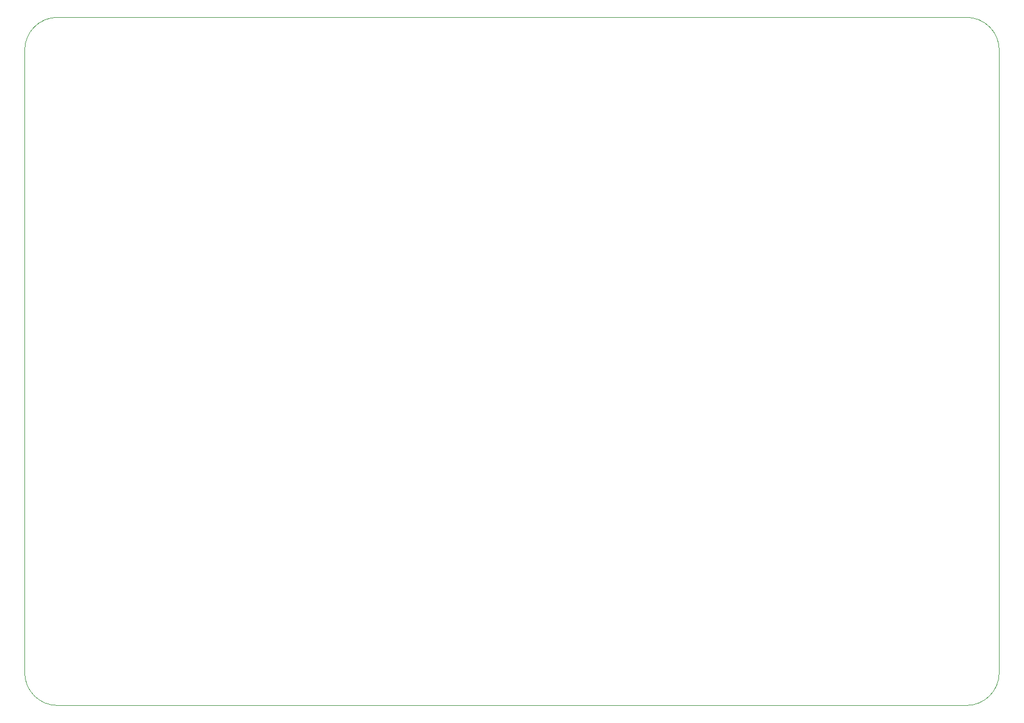
<source format=gbr>
%TF.GenerationSoftware,KiCad,Pcbnew,9.0.0*%
%TF.CreationDate,2025-02-25T12:08:00+01:00*%
%TF.ProjectId,KLST_PANDA_PROTO,4b4c5354-5f50-4414-9e44-415f50524f54,rev?*%
%TF.SameCoordinates,Original*%
%TF.FileFunction,Profile,NP*%
%FSLAX46Y46*%
G04 Gerber Fmt 4.6, Leading zero omitted, Abs format (unit mm)*
G04 Created by KiCad (PCBNEW 9.0.0) date 2025-02-25 12:08:00*
%MOMM*%
%LPD*%
G01*
G04 APERTURE LIST*
%TA.AperFunction,Profile*%
%ADD10C,0.100000*%
%TD*%
G04 APERTURE END LIST*
D10*
X248500000Y-150000000D02*
G75*
G02*
X243500000Y-155000000I-5000000J0D01*
G01*
X248500000Y-55000000D02*
X248500000Y-150000000D01*
X243500000Y-155000000D02*
X105000000Y-155000000D01*
X100000000Y-55000000D02*
G75*
G02*
X105000000Y-50000000I5000000J0D01*
G01*
X105000000Y-155000000D02*
G75*
G02*
X100000000Y-150000000I0J5000000D01*
G01*
X100000000Y-150000000D02*
X100000000Y-55000000D01*
X243500000Y-50000000D02*
X105000000Y-50000000D01*
X243500000Y-50000000D02*
G75*
G02*
X248500000Y-55000000I0J-5000000D01*
G01*
M02*

</source>
